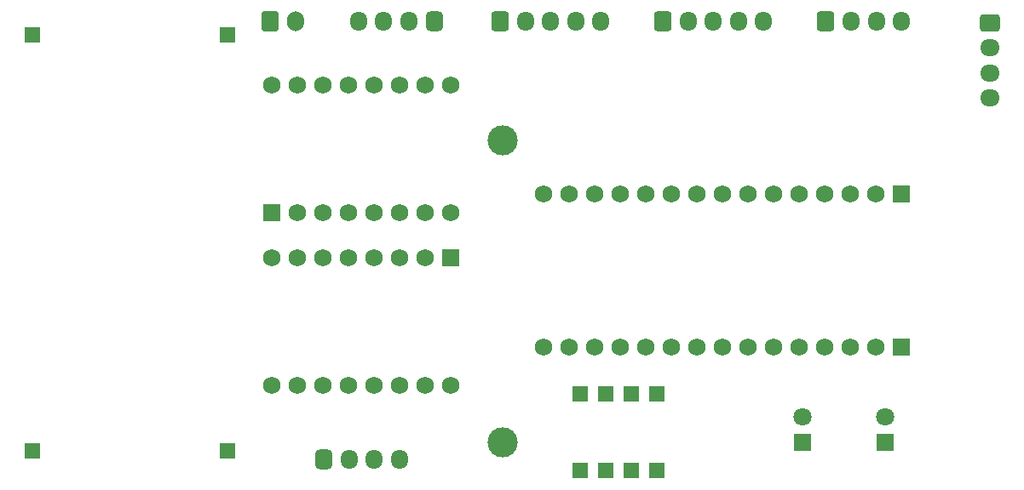
<source format=gbr>
%TF.GenerationSoftware,KiCad,Pcbnew,7.0.1*%
%TF.CreationDate,2024-03-29T16:21:29+01:00*%
%TF.ProjectId,carte_generale,63617274-655f-4676-956e-6572616c652e,Cyril_ Eliott*%
%TF.SameCoordinates,Original*%
%TF.FileFunction,Soldermask,Bot*%
%TF.FilePolarity,Negative*%
%FSLAX46Y46*%
G04 Gerber Fmt 4.6, Leading zero omitted, Abs format (unit mm)*
G04 Created by KiCad (PCBNEW 7.0.1) date 2024-03-29 16:21:29*
%MOMM*%
%LPD*%
G01*
G04 APERTURE LIST*
G04 Aperture macros list*
%AMRoundRect*
0 Rectangle with rounded corners*
0 $1 Rounding radius*
0 $2 $3 $4 $5 $6 $7 $8 $9 X,Y pos of 4 corners*
0 Add a 4 corners polygon primitive as box body*
4,1,4,$2,$3,$4,$5,$6,$7,$8,$9,$2,$3,0*
0 Add four circle primitives for the rounded corners*
1,1,$1+$1,$2,$3*
1,1,$1+$1,$4,$5*
1,1,$1+$1,$6,$7*
1,1,$1+$1,$8,$9*
0 Add four rect primitives between the rounded corners*
20,1,$1+$1,$2,$3,$4,$5,0*
20,1,$1+$1,$4,$5,$6,$7,0*
20,1,$1+$1,$6,$7,$8,$9,0*
20,1,$1+$1,$8,$9,$2,$3,0*%
G04 Aperture macros list end*
%ADD10C,3.000000*%
%ADD11R,1.524000X1.524000*%
%ADD12RoundRect,0.250000X-0.600000X-0.750000X0.600000X-0.750000X0.600000X0.750000X-0.600000X0.750000X0*%
%ADD13O,1.700000X2.000000*%
%ADD14RoundRect,0.102000X0.765000X-0.765000X0.765000X0.765000X-0.765000X0.765000X-0.765000X-0.765000X0*%
%ADD15C,1.734000*%
%ADD16RoundRect,0.250000X-0.725000X0.600000X-0.725000X-0.600000X0.725000X-0.600000X0.725000X0.600000X0*%
%ADD17O,1.950000X1.700000*%
%ADD18RoundRect,0.250000X-0.600000X-0.725000X0.600000X-0.725000X0.600000X0.725000X-0.600000X0.725000X0*%
%ADD19O,1.700000X1.950000*%
%ADD20R,1.800000X1.800000*%
%ADD21C,1.800000*%
%ADD22RoundRect,0.102000X-0.765000X0.765000X-0.765000X-0.765000X0.765000X-0.765000X0.765000X0.765000X0*%
%ADD23RoundRect,0.425000X-0.425000X-0.550000X0.425000X-0.550000X0.425000X0.550000X-0.425000X0.550000X0*%
%ADD24RoundRect,0.425000X0.425000X0.550000X-0.425000X0.550000X-0.425000X-0.550000X0.425000X-0.550000X0*%
G04 APERTURE END LIST*
D10*
%TO.C,H1*%
X195000000Y-76000000D03*
%TD*%
%TO.C,H2*%
X195000000Y-106000000D03*
%TD*%
D11*
%TO.C,U1*%
X167640000Y-65507600D03*
X148240000Y-65507600D03*
X167640000Y-106907600D03*
X148240000Y-106907600D03*
%TD*%
%TO.C,U5*%
X202692000Y-108839000D03*
X205232000Y-108839000D03*
X207772000Y-108839000D03*
X210312000Y-108839000D03*
X210312000Y-101219000D03*
X207772000Y-101219000D03*
X205232000Y-101219000D03*
X202692000Y-101219000D03*
%TD*%
D12*
%TO.C,J1*%
X171896400Y-64109600D03*
D13*
X174396400Y-64109600D03*
%TD*%
D14*
%TO.C,U3*%
X172085000Y-83185000D03*
D15*
X174625000Y-83185000D03*
X177165000Y-83185000D03*
X179705000Y-83185000D03*
X182245000Y-83185000D03*
X184785000Y-83185000D03*
X187325000Y-83185000D03*
X189865000Y-83185000D03*
X189865000Y-70485000D03*
X187325000Y-70485000D03*
X184785000Y-70485000D03*
X182245000Y-70485000D03*
X179705000Y-70485000D03*
X177165000Y-70485000D03*
X174625000Y-70485000D03*
X172085000Y-70485000D03*
%TD*%
D16*
%TO.C,J7*%
X243459000Y-64262000D03*
D17*
X243459000Y-66762000D03*
X243459000Y-69262000D03*
X243459000Y-71762000D03*
%TD*%
D18*
%TO.C,J2*%
X210947000Y-64135000D03*
D19*
X213447000Y-64135000D03*
X215947000Y-64135000D03*
X218447000Y-64135000D03*
X220947000Y-64135000D03*
%TD*%
D20*
%TO.C,D2*%
X233045000Y-106045000D03*
D21*
X233045000Y-103505000D03*
%TD*%
D22*
%TO.C,U2*%
X189865000Y-87630000D03*
D15*
X187325000Y-87630000D03*
X184785000Y-87630000D03*
X182245000Y-87630000D03*
X179705000Y-87630000D03*
X177165000Y-87630000D03*
X174625000Y-87630000D03*
X172085000Y-87630000D03*
X172085000Y-100330000D03*
X174625000Y-100330000D03*
X177165000Y-100330000D03*
X179705000Y-100330000D03*
X182245000Y-100330000D03*
X184785000Y-100330000D03*
X187325000Y-100330000D03*
X189865000Y-100330000D03*
%TD*%
D20*
%TO.C,D1*%
X224790000Y-106045000D03*
D21*
X224790000Y-103505000D03*
%TD*%
D23*
%TO.C,J6*%
X188195600Y-64135000D03*
D19*
X185695600Y-64135000D03*
X183195600Y-64135000D03*
X180695600Y-64135000D03*
%TD*%
D18*
%TO.C,J4*%
X194771000Y-64135000D03*
D19*
X197271000Y-64135000D03*
X199771000Y-64135000D03*
X202271000Y-64135000D03*
X204771000Y-64135000D03*
%TD*%
D24*
%TO.C,J5*%
X177225000Y-107696000D03*
D19*
X179725000Y-107696000D03*
X182225000Y-107696000D03*
X184725000Y-107696000D03*
%TD*%
D22*
%TO.C,U4*%
X234655000Y-81280000D03*
D15*
X232115000Y-81280000D03*
X229575000Y-81280000D03*
X227035000Y-81280000D03*
X224495000Y-81280000D03*
X221955000Y-81280000D03*
X219415000Y-81280000D03*
X216875000Y-81280000D03*
X214335000Y-81280000D03*
X211795000Y-81280000D03*
X209255000Y-81280000D03*
X206715000Y-81280000D03*
X204175000Y-81280000D03*
X201635000Y-81280000D03*
X199095000Y-81280000D03*
X199095000Y-96520000D03*
X201635000Y-96520000D03*
X204175000Y-96520000D03*
X206715000Y-96520000D03*
X209255000Y-96520000D03*
X211795000Y-96520000D03*
X214335000Y-96520000D03*
X216875000Y-96520000D03*
X219415000Y-96520000D03*
X221955000Y-96520000D03*
X224495000Y-96520000D03*
X227035000Y-96520000D03*
X229575000Y-96520000D03*
X232115000Y-96520000D03*
D22*
X234655000Y-96520000D03*
%TD*%
D18*
%TO.C,J3*%
X227136000Y-64118000D03*
D19*
X229636000Y-64118000D03*
X232136000Y-64118000D03*
X234636000Y-64118000D03*
%TD*%
M02*

</source>
